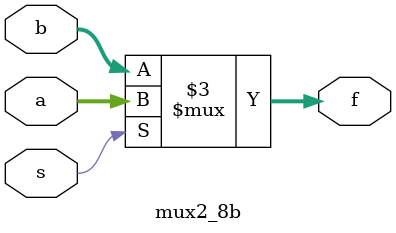
<source format=v>
module mux2_8b(a, b, s, f);
input[7:0] a, b;
input s;
output reg[7:0] f;
always @(a or b or s) 
begin
	if(s)
		f = a; 
	else 
		f = b;
end
endmodule

</source>
